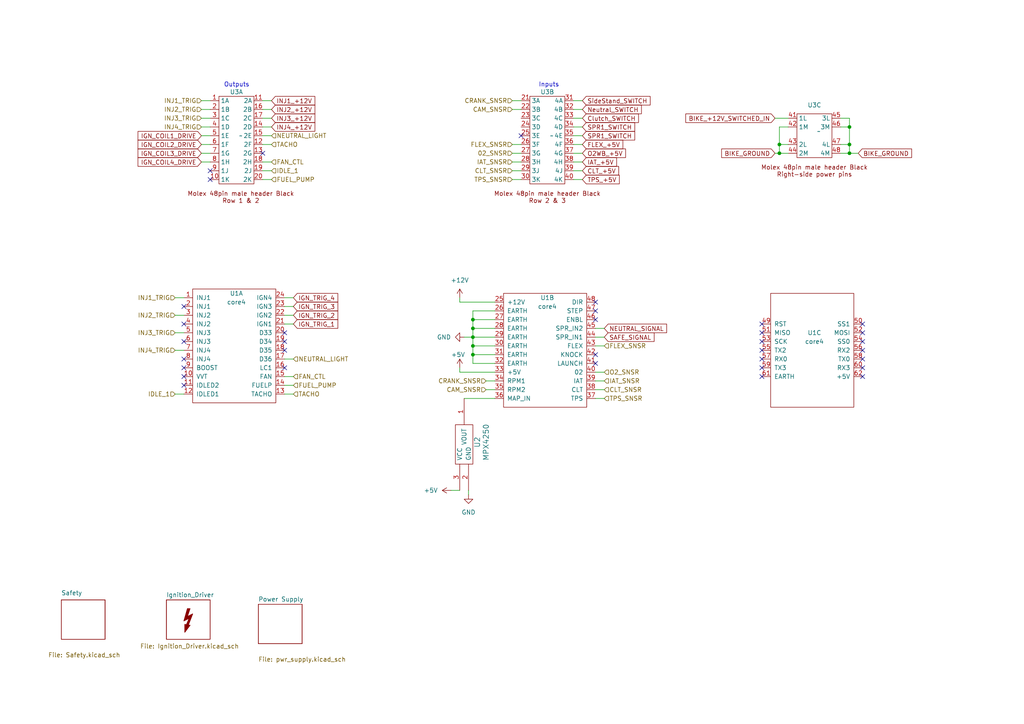
<source format=kicad_sch>
(kicad_sch (version 20230121) (generator eeschema)
  (paper "A4")
  (lib_symbols
    (symbol "Core4:core4" (pin_names (offset 1.016))
      (property "Reference" "U" (at 3.81 17.78 0))
      (property "Value" "core4" (at 6.35 -19.05 0))
      (symbol "core4_0_1"
        (rectangle (start -12.7 15.24) (end 11.43 -17.78))
      )
      (symbol "core4_1_1"
        (pin input line (at -15.24 12.7 0) (length 2.54) (name "INJ1") (number "1"))
        (pin input line (at -15.24 -10.16 0) (length 2.54) (name "VVT") (number "10"))
        (pin input line (at -15.24 -12.7 0) (length 2.54) (name "IDLED2") (number "11"))
        (pin input line (at -15.24 -15.24 0) (length 2.54) (name "IDLED1") (number "12"))
        (pin input line (at 13.97 -15.24 180) (length 2.54) (name "TACHO") (number "13"))
        (pin input line (at 13.97 -12.7 180) (length 2.54) (name "FUELP") (number "14"))
        (pin input line (at 13.97 -10.16 180) (length 2.54) (name "FAN") (number "15"))
        (pin input line (at 13.97 -7.62 180) (length 2.54) (name "LC1") (number "16"))
        (pin input line (at 13.97 -5.08 180) (length 2.54) (name "D36") (number "17"))
        (pin input line (at 13.97 -2.54 180) (length 2.54) (name "D35") (number "18"))
        (pin input line (at 13.97 0 180) (length 2.54) (name "D34") (number "19"))
        (pin input line (at -15.24 10.16 0) (length 2.54) (name "INJ1") (number "2"))
        (pin input line (at 13.97 2.54 180) (length 2.54) (name "D33") (number "20"))
        (pin input line (at 13.97 5.08 180) (length 2.54) (name "IGN1") (number "21"))
        (pin input line (at 13.97 7.62 180) (length 2.54) (name "IGN2") (number "22"))
        (pin input line (at 13.97 10.16 180) (length 2.54) (name "IGN3") (number "23"))
        (pin input line (at 13.97 12.7 180) (length 2.54) (name "IGN4") (number "24"))
        (pin input line (at -15.24 7.62 0) (length 2.54) (name "INJ2") (number "3"))
        (pin input line (at -15.24 5.08 0) (length 2.54) (name "INJ2") (number "4"))
        (pin input line (at -15.24 2.54 0) (length 2.54) (name "INJ3") (number "5"))
        (pin input line (at -15.24 0 0) (length 2.54) (name "INJ3") (number "6"))
        (pin input line (at -15.24 -2.54 0) (length 2.54) (name "INJ4") (number "7"))
        (pin input line (at -15.24 -5.08 0) (length 2.54) (name "INJ4") (number "8"))
        (pin input line (at -15.24 -7.62 0) (length 2.54) (name "BOOST") (number "9"))
      )
      (symbol "core4_2_1"
        (pin input line (at -15.24 12.7 0) (length 2.54) (name "+12V") (number "25"))
        (pin input line (at -15.24 10.16 0) (length 2.54) (name "EARTH") (number "26"))
        (pin input line (at -15.24 7.62 0) (length 2.54) (name "EARTH") (number "27"))
        (pin input line (at -15.24 5.08 0) (length 2.54) (name "EARTH") (number "28"))
        (pin input line (at -15.24 2.54 0) (length 2.54) (name "EARTH") (number "29"))
        (pin input line (at -15.24 0 0) (length 2.54) (name "EARTH") (number "30"))
        (pin input line (at -15.24 -2.54 0) (length 2.54) (name "EARTH") (number "31"))
        (pin input line (at -15.24 -5.08 0) (length 2.54) (name "EARTH") (number "32"))
        (pin input line (at -15.24 -7.62 0) (length 2.54) (name "+5V") (number "33"))
        (pin input line (at -15.24 -10.16 0) (length 2.54) (name "RPM1") (number "34"))
        (pin input line (at -15.24 -12.7 0) (length 2.54) (name "RPM2") (number "35"))
        (pin input line (at -15.24 -15.24 0) (length 2.54) (name "MAP_IN") (number "36"))
        (pin input line (at 13.97 -15.24 180) (length 2.54) (name "TPS") (number "37"))
        (pin input line (at 13.97 -12.7 180) (length 2.54) (name "CLT") (number "38"))
        (pin input line (at 13.97 -10.16 180) (length 2.54) (name "IAT") (number "39"))
        (pin input line (at 13.97 -7.62 180) (length 2.54) (name "02") (number "40"))
        (pin input line (at 13.97 -5.08 180) (length 2.54) (name "LAUNCH") (number "41"))
        (pin input line (at 13.97 -2.54 180) (length 2.54) (name "KNOCK") (number "42"))
        (pin input line (at 13.97 0 180) (length 2.54) (name "FLEX") (number "43"))
        (pin input line (at 13.97 2.54 180) (length 2.54) (name "SPR_IN1") (number "44"))
        (pin input line (at 13.97 5.08 180) (length 2.54) (name "SPR_IN2") (number "45"))
        (pin input line (at 13.97 7.62 180) (length 2.54) (name "ENBL") (number "46"))
        (pin input line (at 13.97 10.16 180) (length 2.54) (name "STEP") (number "47"))
        (pin input line (at 13.97 12.7 180) (length 2.54) (name "DIR") (number "48"))
      )
      (symbol "core4_3_1"
        (pin input line (at -15.24 6.35 0) (length 2.54) (name "RST") (number "49"))
        (pin input line (at 13.97 6.35 180) (length 2.54) (name "SS1") (number "50"))
        (pin input line (at -15.24 3.81 0) (length 2.54) (name "MISO") (number "51"))
        (pin input line (at 13.97 3.81 180) (length 2.54) (name "MOSI") (number "52"))
        (pin input line (at -15.24 1.27 0) (length 2.54) (name "SCK") (number "53"))
        (pin input line (at 13.97 1.27 180) (length 2.54) (name "SS0") (number "54"))
        (pin input line (at -15.24 -1.27 0) (length 2.54) (name "TX2") (number "55"))
        (pin input line (at 13.97 -1.27 180) (length 2.54) (name "RX2") (number "56"))
        (pin input line (at -15.24 -3.81 0) (length 2.54) (name "RX0") (number "57"))
        (pin input line (at 13.97 -3.81 180) (length 2.54) (name "TX0") (number "58"))
        (pin input line (at -15.24 -6.35 0) (length 2.54) (name "TX3") (number "59"))
        (pin input line (at 13.97 -6.35 180) (length 2.54) (name "RX3") (number "60"))
        (pin input line (at -15.24 -8.89 0) (length 2.54) (name "EARTH") (number "61"))
        (pin input line (at 13.97 -8.89 180) (length 2.54) (name "+5V") (number "62"))
      )
    )
    (symbol "Graphic:SYM_Flash_Small" (in_bom no) (on_board no)
      (symbol "SYM_Flash_Small_0_1"
        (polyline (pts (xy 0.508 -1.016) (xy -1.016 -0.762) (xy -1.016 -3.048) (xy 0.508 -1.016)) (stroke (width 0.2032)) (fill (type outline)))
        (polyline (pts (xy -0.254 3.81) (xy 0.508 3.81) (xy -0.254 1.524) (xy 1.27 2.286) (xy 0 -1.016) (xy -0.508 -0.762) (xy 0.254 1.016) (xy -1.27 0.254) (xy -0.254 3.81)) (stroke (width 0.2032)) (fill (type outline)))
      )
    )
    (symbol "Molex_CMC_Conn:Molex_Conn_48_Male_Black"
      (property "Reference" "U" (at 0 0 0))
      (symbol "Molex_Conn_48_Male_Black_1_1"
        (rectangle (start -5.08 12.7) (end 5.08 -12.7))
        (text "Molex 48pin male header Black\nRow 1 & 2" (at 1.27 -16.51 0) (effects (font (size 1.27 1.27))))
        (pin passive line (at -7.62 11.43 0) (length 2.54) (name "1A") (number "1"))
        (pin passive line (at -7.62 -11.43 0) (length 2.54) (name "1K") (number "10"))
        (pin passive line (at 7.62 11.43 180) (length 2.54) (name "2A") (number "11"))
        (pin passive line (at 7.62 -1.27 180) (length 2.54) (name "2F") (number "12"))
        (pin passive line (at 7.62 -3.81 180) (length 2.54) (name "2G") (number "13"))
        (pin passive line (at 7.62 3.81 180) (length 2.54) (name "2D") (number "14"))
        (pin passive line (at 7.62 1.27 180) (length 2.54) (name "2E") (number "15"))
        (pin passive line (at 7.62 8.89 180) (length 2.54) (name "2B") (number "16"))
        (pin passive line (at 7.62 6.35 180) (length 2.54) (name "2C") (number "17"))
        (pin passive line (at 7.62 -6.35 180) (length 2.54) (name "2H") (number "18"))
        (pin passive line (at 7.62 -8.89 180) (length 2.54) (name "2J") (number "19"))
        (pin passive line (at -7.62 8.89 0) (length 2.54) (name "1B") (number "2"))
        (pin passive line (at 7.62 -11.43 180) (length 2.54) (name "2K") (number "20"))
        (pin passive line (at -7.62 6.35 0) (length 2.54) (name "1C") (number "3"))
        (pin passive line (at -7.62 3.81 0) (length 2.54) (name "1D") (number "4"))
        (pin passive line (at -7.62 1.27 0) (length 2.54) (name "1E") (number "5"))
        (pin passive line (at -7.62 -1.27 0) (length 2.54) (name "1F") (number "6"))
        (pin passive line (at -7.62 -3.81 0) (length 2.54) (name "1G") (number "7"))
        (pin passive line (at -7.62 -6.35 0) (length 2.54) (name "1H") (number "8"))
        (pin passive line (at -7.62 -8.89 0) (length 2.54) (name "1J") (number "9"))
      )
      (symbol "Molex_Conn_48_Male_Black_2_1"
        (rectangle (start -5.08 12.7) (end 5.08 -12.7))
        (text "Molex 48pin male header Black\nRow 2 & 3" (at 0 -16.51 0) (effects (font (size 1.27 1.27))))
        (pin passive line (at -7.62 11.43 0) (length 2.54) (name "3A") (number "21"))
        (pin passive line (at -7.62 8.89 0) (length 2.54) (name "3B") (number "22"))
        (pin passive line (at -7.62 6.35 0) (length 2.54) (name "3C") (number "23"))
        (pin passive line (at -7.62 3.81 0) (length 2.54) (name "3D") (number "24"))
        (pin passive line (at -7.62 1.27 0) (length 2.54) (name "3E") (number "25"))
        (pin passive line (at -7.62 -1.27 0) (length 2.54) (name "3F") (number "26"))
        (pin passive line (at -7.62 -3.81 0) (length 2.54) (name "3G") (number "27"))
        (pin passive line (at -7.62 -6.35 0) (length 2.54) (name "3H") (number "28"))
        (pin passive line (at -7.62 -8.89 0) (length 2.54) (name "3J") (number "29"))
        (pin passive line (at -7.62 -11.43 0) (length 2.54) (name "3K") (number "30"))
        (pin passive line (at 7.62 11.43 180) (length 2.54) (name "4A") (number "31"))
        (pin passive line (at 7.62 8.89 180) (length 2.54) (name "4B") (number "32"))
        (pin passive line (at 7.62 6.35 180) (length 2.54) (name "4C") (number "33"))
        (pin passive line (at 7.62 3.81 180) (length 2.54) (name "4D") (number "34"))
        (pin passive line (at 7.62 1.27 180) (length 2.54) (name "4E") (number "35"))
        (pin passive line (at 7.62 -1.27 180) (length 2.54) (name "4F") (number "36"))
        (pin passive line (at 7.62 -3.81 180) (length 2.54) (name "4G") (number "37"))
        (pin passive line (at 7.62 -6.35 180) (length 2.54) (name "4H") (number "38"))
        (pin passive line (at 7.62 -8.89 180) (length 2.54) (name "4J") (number "39"))
        (pin passive line (at 7.62 -11.43 180) (length 2.54) (name "4K") (number "40"))
      )
      (symbol "Molex_Conn_48_Male_Black_3_1"
        (rectangle (start -5.08 6.35) (end 5.08 -6.35))
        (text "Molex 48pin male header Black\nRight-side power pins" (at 0 -10.16 0) (effects (font (size 1.27 1.27))))
        (pin passive line (at -7.62 5.08 0) (length 2.54) (name "1L") (number "41"))
        (pin passive line (at -7.62 2.54 0) (length 2.54) (name "1M") (number "42"))
        (pin passive line (at -7.62 -2.54 0) (length 2.54) (name "2L") (number "43"))
        (pin passive line (at -7.62 -5.08 0) (length 2.54) (name "2M") (number "44"))
        (pin passive line (at 7.62 5.08 180) (length 2.54) (name "3L") (number "45"))
        (pin passive line (at 7.62 2.54 180) (length 2.54) (name "3M") (number "46"))
        (pin passive line (at 7.62 -2.54 180) (length 2.54) (name "4L") (number "47"))
        (pin passive line (at 7.62 -5.08 180) (length 2.54) (name "4M") (number "48"))
      )
    )
    (symbol "Speeduino_Misc:MPX4250" (pin_names (offset 1.016))
      (property "Reference" "U" (at 3.81 -3.81 0))
      (property "Value" "MPX4250" (at -1.27 3.81 0))
      (symbol "MPX4250_0_1"
        (rectangle (start -6.35 2.54) (end 5.08 -2.54))
      )
      (symbol "MPX4250_1_1"
        (pin output line (at 12.7 0 180) (length 7.62) (name "VOUT") (number "1"))
        (pin power_in line (at -13.97 -1.27 0) (length 7.62) (name "GND") (number "2"))
        (pin power_in line (at -13.97 1.27 0) (length 7.62) (name "VCC") (number "3"))
      )
    )
    (symbol "core4_1" (pin_names (offset 1.016))
      (property "Reference" "U1" (at 0 3.81 0))
      (property "Value" "core4" (at 0 1.27 0))
      (symbol "core4_1_0_1"
        (rectangle (start -12.7 15.24) (end 11.43 -17.78))
      )
      (symbol "core4_1_1_1"
        (pin output line (at -15.24 12.7 0) (length 2.54) (name "INJ1") (number "1"))
        (pin output line (at -15.24 -10.16 0) (length 2.54) (name "VVT") (number "10"))
        (pin output line (at -15.24 -12.7 0) (length 2.54) (name "IDLED2") (number "11"))
        (pin output line (at -15.24 -15.24 0) (length 2.54) (name "IDLED1") (number "12"))
        (pin output line (at 13.97 -15.24 180) (length 2.54) (name "TACHO") (number "13"))
        (pin output line (at 13.97 -12.7 180) (length 2.54) (name "FUELP") (number "14"))
        (pin output line (at 13.97 -10.16 180) (length 2.54) (name "FAN") (number "15"))
        (pin input line (at 13.97 -7.62 180) (length 2.54) (name "LC1") (number "16"))
        (pin bidirectional line (at 13.97 -5.08 180) (length 2.54) (name "D36") (number "17"))
        (pin bidirectional line (at 13.97 -2.54 180) (length 2.54) (name "D35") (number "18"))
        (pin bidirectional line (at 13.97 0 180) (length 2.54) (name "D34") (number "19"))
        (pin output line (at -15.24 10.16 0) (length 2.54) (name "INJ1") (number "2"))
        (pin bidirectional line (at 13.97 2.54 180) (length 2.54) (name "D33") (number "20"))
        (pin output line (at 13.97 5.08 180) (length 2.54) (name "IGN1") (number "21"))
        (pin output line (at 13.97 7.62 180) (length 2.54) (name "IGN2") (number "22"))
        (pin output line (at 13.97 10.16 180) (length 2.54) (name "IGN3") (number "23"))
        (pin output line (at 13.97 12.7 180) (length 2.54) (name "IGN4") (number "24"))
        (pin output line (at -15.24 7.62 0) (length 2.54) (name "INJ2") (number "3"))
        (pin output line (at -15.24 5.08 0) (length 2.54) (name "INJ2") (number "4"))
        (pin output line (at -15.24 2.54 0) (length 2.54) (name "INJ3") (number "5"))
        (pin output line (at -15.24 0 0) (length 2.54) (name "INJ3") (number "6"))
        (pin output line (at -15.24 -2.54 0) (length 2.54) (name "INJ4") (number "7"))
        (pin output line (at -15.24 -5.08 0) (length 2.54) (name "INJ4") (number "8"))
        (pin output line (at -15.24 -7.62 0) (length 2.54) (name "BOOST") (number "9"))
      )
      (symbol "core4_1_2_1"
        (pin input line (at -15.24 12.7 0) (length 2.54) (name "+12V") (number "25"))
        (pin input line (at -15.24 10.16 0) (length 2.54) (name "EARTH") (number "26"))
        (pin input line (at -15.24 7.62 0) (length 2.54) (name "EARTH") (number "27"))
        (pin input line (at -15.24 5.08 0) (length 2.54) (name "EARTH") (number "28"))
        (pin input line (at -15.24 2.54 0) (length 2.54) (name "EARTH") (number "29"))
        (pin input line (at -15.24 0 0) (length 2.54) (name "EARTH") (number "30"))
        (pin input line (at -15.24 -2.54 0) (length 2.54) (name "EARTH") (number "31"))
        (pin input line (at -15.24 -5.08 0) (length 2.54) (name "EARTH") (number "32"))
        (pin output line (at -15.24 -7.62 0) (length 2.54) (name "+5V") (number "33"))
        (pin input line (at -15.24 -10.16 0) (length 2.54) (name "RPM1") (number "34"))
        (pin input line (at -15.24 -12.7 0) (length 2.54) (name "RPM2") (number "35"))
        (pin input line (at -15.24 -15.24 0) (length 2.54) (name "MAP_IN") (number "36"))
        (pin input line (at 13.97 -15.24 180) (length 2.54) (name "TPS") (number "37"))
        (pin input line (at 13.97 -12.7 180) (length 2.54) (name "CLT") (number "38"))
        (pin input line (at 13.97 -10.16 180) (length 2.54) (name "IAT") (number "39"))
        (pin input line (at 13.97 -7.62 180) (length 2.54) (name "02") (number "40"))
        (pin input line (at 13.97 -5.08 180) (length 2.54) (name "LAUNCH") (number "41"))
        (pin input line (at 13.97 -2.54 180) (length 2.54) (name "KNOCK") (number "42"))
        (pin input line (at 13.97 0 180) (length 2.54) (name "FLEX") (number "43"))
        (pin input line (at 13.97 2.54 180) (length 2.54) (name "SPR_IN1") (number "44"))
        (pin input line (at 13.97 5.08 180) (length 2.54) (name "SPR_IN2") (number "45"))
        (pin input line (at 13.97 7.62 180) (length 2.54) (name "ENBL") (number "46"))
        (pin input line (at 13.97 10.16 180) (length 2.54) (name "STEP") (number "47"))
        (pin input line (at 13.97 12.7 180) (length 2.54) (name "DIR") (number "48"))
      )
      (symbol "core4_1_3_1"
        (pin input line (at -15.24 6.35 0) (length 2.54) (name "RST") (number "49"))
        (pin input line (at 13.97 6.35 180) (length 2.54) (name "SS1") (number "50"))
        (pin input line (at -15.24 3.81 0) (length 2.54) (name "MISO") (number "51"))
        (pin input line (at 13.97 3.81 180) (length 2.54) (name "MOSI") (number "52"))
        (pin input line (at -15.24 1.27 0) (length 2.54) (name "SCK") (number "53"))
        (pin input line (at 13.97 1.27 180) (length 2.54) (name "SS0") (number "54"))
        (pin input line (at -15.24 -1.27 0) (length 2.54) (name "TX2") (number "55"))
        (pin input line (at 13.97 -1.27 180) (length 2.54) (name "RX2") (number "56"))
        (pin input line (at -15.24 -3.81 0) (length 2.54) (name "RX0") (number "57"))
        (pin input line (at 13.97 -3.81 180) (length 2.54) (name "TX0") (number "58"))
        (pin input line (at -15.24 -6.35 0) (length 2.54) (name "TX3") (number "59"))
        (pin input line (at 13.97 -6.35 180) (length 2.54) (name "RX3") (number "60"))
        (pin input line (at -15.24 -8.89 0) (length 2.54) (name "EARTH") (number "61"))
        (pin input line (at 13.97 -8.89 180) (length 2.54) (name "+5V") (number "62"))
      )
    )
    (symbol "core4_2" (pin_names (offset 1.016))
      (property "Reference" "U1" (at 0 3.81 0))
      (property "Value" "core4" (at 0 1.27 0))
      (symbol "core4_2_0_1"
        (rectangle (start -12.7 15.24) (end 11.43 -17.78))
      )
      (symbol "core4_2_1_1"
        (pin output line (at -15.24 12.7 0) (length 2.54) (name "INJ1") (number "1"))
        (pin output line (at -15.24 -10.16 0) (length 2.54) (name "VVT") (number "10"))
        (pin output line (at -15.24 -12.7 0) (length 2.54) (name "IDLED2") (number "11"))
        (pin output line (at -15.24 -15.24 0) (length 2.54) (name "IDLED1") (number "12"))
        (pin output line (at 13.97 -15.24 180) (length 2.54) (name "TACHO") (number "13"))
        (pin output line (at 13.97 -12.7 180) (length 2.54) (name "FUELP") (number "14"))
        (pin output line (at 13.97 -10.16 180) (length 2.54) (name "FAN") (number "15"))
        (pin input line (at 13.97 -7.62 180) (length 2.54) (name "LC1") (number "16"))
        (pin bidirectional line (at 13.97 -5.08 180) (length 2.54) (name "D36") (number "17"))
        (pin bidirectional line (at 13.97 -2.54 180) (length 2.54) (name "D35") (number "18"))
        (pin bidirectional line (at 13.97 0 180) (length 2.54) (name "D34") (number "19"))
        (pin output line (at -15.24 10.16 0) (length 2.54) (name "INJ1") (number "2"))
        (pin bidirectional line (at 13.97 2.54 180) (length 2.54) (name "D33") (number "20"))
        (pin output line (at 13.97 5.08 180) (length 2.54) (name "IGN1") (number "21"))
        (pin output line (at 13.97 7.62 180) (length 2.54) (name "IGN2") (number "22"))
        (pin output line (at 13.97 10.16 180) (length 2.54) (name "IGN3") (number "23"))
        (pin output line (at 13.97 12.7 180) (length 2.54) (name "IGN4") (number "24"))
        (pin output line (at -15.24 7.62 0) (length 2.54) (name "INJ2") (number "3"))
        (pin output line (at -15.24 5.08 0) (length 2.54) (name "INJ2") (number "4"))
        (pin output line (at -15.24 2.54 0) (length 2.54) (name "INJ3") (number "5"))
        (pin output line (at -15.24 0 0) (length 2.54) (name "INJ3") (number "6"))
        (pin output line (at -15.24 -2.54 0) (length 2.54) (name "INJ4") (number "7"))
        (pin output line (at -15.24 -5.08 0) (length 2.54) (name "INJ4") (number "8"))
        (pin output line (at -15.24 -7.62 0) (length 2.54) (name "BOOST") (number "9"))
      )
      (symbol "core4_2_2_1"
        (pin input line (at -15.24 12.7 0) (length 2.54) (name "+12V") (number "25"))
        (pin input line (at -15.24 10.16 0) (length 2.54) (name "EARTH") (number "26"))
        (pin input line (at -15.24 7.62 0) (length 2.54) (name "EARTH") (number "27"))
        (pin input line (at -15.24 5.08 0) (length 2.54) (name "EARTH") (number "28"))
        (pin input line (at -15.24 2.54 0) (length 2.54) (name "EARTH") (number "29"))
        (pin input line (at -15.24 0 0) (length 2.54) (name "EARTH") (number "30"))
        (pin input line (at -15.24 -2.54 0) (length 2.54) (name "EARTH") (number "31"))
        (pin input line (at -15.24 -5.08 0) (length 2.54) (name "EARTH") (number "32"))
        (pin output line (at -15.24 -7.62 0) (length 2.54) (name "+5V") (number "33"))
        (pin input line (at -15.24 -10.16 0) (length 2.54) (name "RPM1") (number "34"))
        (pin input line (at -15.24 -12.7 0) (length 2.54) (name "RPM2") (number "35"))
        (pin input line (at -15.24 -15.24 0) (length 2.54) (name "MAP_IN") (number "36"))
        (pin input line (at 13.97 -15.24 180) (length 2.54) (name "TPS") (number "37"))
        (pin input line (at 13.97 -12.7 180) (length 2.54) (name "CLT") (number "38"))
        (pin input line (at 13.97 -10.16 180) (length 2.54) (name "IAT") (number "39"))
        (pin input line (at 13.97 -7.62 180) (length 2.54) (name "02") (number "40"))
        (pin input line (at 13.97 -5.08 180) (length 2.54) (name "LAUNCH") (number "41"))
        (pin input line (at 13.97 -2.54 180) (length 2.54) (name "KNOCK") (number "42"))
        (pin input line (at 13.97 0 180) (length 2.54) (name "FLEX") (number "43"))
        (pin input line (at 13.97 2.54 180) (length 2.54) (name "SPR_IN1") (number "44"))
        (pin input line (at 13.97 5.08 180) (length 2.54) (name "SPR_IN2") (number "45"))
        (pin input line (at 13.97 7.62 180) (length 2.54) (name "ENBL") (number "46"))
        (pin input line (at 13.97 10.16 180) (length 2.54) (name "STEP") (number "47"))
        (pin input line (at 13.97 12.7 180) (length 2.54) (name "DIR") (number "48"))
      )
      (symbol "core4_2_3_1"
        (pin input line (at -15.24 6.35 0) (length 2.54) (name "RST") (number "49"))
        (pin input line (at 13.97 6.35 180) (length 2.54) (name "SS1") (number "50"))
        (pin input line (at -15.24 3.81 0) (length 2.54) (name "MISO") (number "51"))
        (pin input line (at 13.97 3.81 180) (length 2.54) (name "MOSI") (number "52"))
        (pin input line (at -15.24 1.27 0) (length 2.54) (name "SCK") (number "53"))
        (pin input line (at 13.97 1.27 180) (length 2.54) (name "SS0") (number "54"))
        (pin input line (at -15.24 -1.27 0) (length 2.54) (name "TX2") (number "55"))
        (pin input line (at 13.97 -1.27 180) (length 2.54) (name "RX2") (number "56"))
        (pin input line (at -15.24 -3.81 0) (length 2.54) (name "RX0") (number "57"))
        (pin input line (at 13.97 -3.81 180) (length 2.54) (name "TX0") (number "58"))
        (pin input line (at -15.24 -6.35 0) (length 2.54) (name "TX3") (number "59"))
        (pin input line (at 13.97 -6.35 180) (length 2.54) (name "RX3") (number "60"))
        (pin input line (at -15.24 -8.89 0) (length 2.54) (name "EARTH") (number "61"))
        (pin input line (at 13.97 -8.89 180) (length 2.54) (name "+5V") (number "62"))
      )
    )
    (symbol "power:+12V" (power) (pin_names (offset 0))
      (property "Value" "+12V" (at 0 3.556 0))
      (symbol "+12V_0_1"
        (polyline (pts (xy -0.762 1.27) (xy 0 2.54)))
        (polyline (pts (xy 0 0) (xy 0 2.54)))
        (polyline (pts (xy 0 2.54) (xy 0.762 1.27)))
      )
      (symbol "+12V_1_1"
        (pin power_in line (at 0 0 90) (length 0) hide (name "+12V") (number "1"))
      )
    )
    (symbol "power:+5V" (power) (pin_names (offset 0))
      (property "Value" "+5V" (at 0 3.556 0))
      (symbol "+5V_0_1"
        (polyline (pts (xy -0.762 1.27) (xy 0 2.54)))
        (polyline (pts (xy 0 0) (xy 0 2.54)))
        (polyline (pts (xy 0 2.54) (xy 0.762 1.27)))
      )
      (symbol "+5V_1_1"
        (pin power_in line (at 0 0 90) (length 0) hide (name "+5V") (number "1"))
      )
    )
    (symbol "power:GND" (power) (pin_names (offset 0))
      (property "Value" "GND" (at 0 -3.81 0))
      (symbol "GND_0_1"
        (polyline (pts (xy 0 0) (xy 0 -1.27) (xy 1.27 -1.27) (xy 0 -2.54) (xy -1.27 -1.27) (xy 0 -1.27)))
      )
      (symbol "GND_1_1"
        (pin power_in line (at 0 0 270) (length 0) hide (name "GND") (number "1"))
      )
    )
  )
  (junction (at 137.16 97.79))
  (junction (at 137.16 102.87))
  (junction (at 246.38 36.83))
  (junction (at 137.16 100.33))
  (junction (at 246.38 41.91))
  (junction (at 137.16 95.25))
  (junction (at 226.06 44.45))
  (junction (at 137.16 92.71))
  (junction (at 226.06 41.91))
  (junction (at 246.38 44.45))
  (no_connect (at 60.96 52.07))
  (no_connect (at 220.98 96.52))
  (no_connect (at 151.13 39.37))
  (no_connect (at 82.55 106.68))
  (no_connect (at 82.55 96.52))
  (no_connect (at 220.98 101.6))
  (no_connect (at 250.19 99.06))
  (no_connect (at 172.72 87.63))
  (no_connect (at 53.34 88.9))
  (no_connect (at 250.19 109.22))
  (no_connect (at 250.19 104.14))
  (no_connect (at 60.96 49.53))
  (no_connect (at 220.98 109.22))
  (no_connect (at 172.72 92.71))
  (no_connect (at 53.34 104.14))
  (no_connect (at 250.19 106.68))
  (no_connect (at 250.19 93.98))
  (no_connect (at 250.19 101.6))
  (no_connect (at 172.72 105.41))
  (no_connect (at 53.34 109.22))
  (no_connect (at 250.19 96.52))
  (no_connect (at 220.98 99.06))
  (no_connect (at 82.55 101.6))
  (no_connect (at 76.2 44.45))
  (no_connect (at 53.34 99.06))
  (no_connect (at 220.98 104.14))
  (no_connect (at 53.34 111.76))
  (no_connect (at 82.55 99.06))
  (no_connect (at 53.34 106.68))
  (no_connect (at 172.72 102.87))
  (no_connect (at 172.72 90.17))
  (no_connect (at 53.34 93.98))
  (no_connect (at 220.98 93.98))
  (no_connect (at 220.98 106.68))
  (wire (pts (xy 148.59 49.53) (xy 151.13 49.53)))
  (wire (pts (xy 224.79 34.29) (xy 228.6 34.29)))
  (wire (pts (xy 50.8 91.44) (xy 53.34 91.44)))
  (wire (pts (xy 82.55 114.3) (xy 85.09 114.3)))
  (wire (pts (xy 135.89 142.24) (xy 135.89 143.51)))
  (wire (pts (xy 134.62 115.57) (xy 143.51 115.57)))
  (wire (pts (xy 137.16 100.33) (xy 143.51 100.33)))
  (wire (pts (xy 133.35 87.63) (xy 143.51 87.63)))
  (wire (pts (xy 76.2 34.29) (xy 78.74 34.29)))
  (wire (pts (xy 166.37 41.91) (xy 168.91 41.91)))
  (wire (pts (xy 50.8 96.52) (xy 53.34 96.52)))
  (wire (pts (xy 246.38 44.45) (xy 248.92 44.45)))
  (wire (pts (xy 58.42 29.21) (xy 60.96 29.21)))
  (wire (pts (xy 148.59 46.99) (xy 151.13 46.99)))
  (wire (pts (xy 76.2 31.75) (xy 78.74 31.75)))
  (wire (pts (xy 226.06 41.91) (xy 226.06 44.45)))
  (wire (pts (xy 82.55 111.76) (xy 85.09 111.76)))
  (wire (pts (xy 172.72 107.95) (xy 175.26 107.95)))
  (wire (pts (xy 137.16 102.87) (xy 143.51 102.87)))
  (wire (pts (xy 148.59 52.07) (xy 151.13 52.07)))
  (wire (pts (xy 172.72 113.03) (xy 175.26 113.03)))
  (wire (pts (xy 82.55 93.98) (xy 85.09 93.98)))
  (wire (pts (xy 143.51 105.41) (xy 137.16 105.41)))
  (wire (pts (xy 148.59 41.91) (xy 151.13 41.91)))
  (wire (pts (xy 140.97 113.03) (xy 143.51 113.03)))
  (wire (pts (xy 137.16 100.33) (xy 137.16 97.79)))
  (wire (pts (xy 226.06 41.91) (xy 228.6 41.91)))
  (wire (pts (xy 172.72 95.25) (xy 175.26 95.25)))
  (wire (pts (xy 58.42 44.45) (xy 60.96 44.45)))
  (wire (pts (xy 172.72 115.57) (xy 175.26 115.57)))
  (wire (pts (xy 137.16 102.87) (xy 137.16 100.33)))
  (wire (pts (xy 246.38 41.91) (xy 246.38 36.83)))
  (wire (pts (xy 82.55 104.14) (xy 85.09 104.14)))
  (wire (pts (xy 130.81 142.24) (xy 133.35 142.24)))
  (wire (pts (xy 172.72 110.49) (xy 175.26 110.49)))
  (wire (pts (xy 58.42 39.37) (xy 60.96 39.37)))
  (wire (pts (xy 76.2 52.07) (xy 78.74 52.07)))
  (wire (pts (xy 243.84 44.45) (xy 246.38 44.45)))
  (wire (pts (xy 148.59 44.45) (xy 151.13 44.45)))
  (wire (pts (xy 137.16 92.71) (xy 143.51 92.71)))
  (wire (pts (xy 166.37 36.83) (xy 168.91 36.83)))
  (wire (pts (xy 133.35 107.95) (xy 143.51 107.95)))
  (wire (pts (xy 82.55 91.44) (xy 85.09 91.44)))
  (wire (pts (xy 243.84 34.29) (xy 246.38 34.29)))
  (wire (pts (xy 226.06 36.83) (xy 226.06 41.91)))
  (wire (pts (xy 58.42 34.29) (xy 60.96 34.29)))
  (wire (pts (xy 137.16 97.79) (xy 143.51 97.79)))
  (wire (pts (xy 50.8 114.3) (xy 53.34 114.3)))
  (wire (pts (xy 76.2 46.99) (xy 78.74 46.99)))
  (wire (pts (xy 166.37 31.75) (xy 168.91 31.75)))
  (wire (pts (xy 76.2 36.83) (xy 78.74 36.83)))
  (wire (pts (xy 166.37 46.99) (xy 168.91 46.99)))
  (wire (pts (xy 166.37 44.45) (xy 168.91 44.45)))
  (wire (pts (xy 243.84 36.83) (xy 246.38 36.83)))
  (wire (pts (xy 172.72 100.33) (xy 175.26 100.33)))
  (wire (pts (xy 58.42 31.75) (xy 60.96 31.75)))
  (wire (pts (xy 166.37 49.53) (xy 168.91 49.53)))
  (wire (pts (xy 243.84 41.91) (xy 246.38 41.91)))
  (wire (pts (xy 76.2 49.53) (xy 78.74 49.53)))
  (wire (pts (xy 148.59 29.21) (xy 151.13 29.21)))
  (wire (pts (xy 58.42 41.91) (xy 60.96 41.91)))
  (wire (pts (xy 166.37 29.21) (xy 168.91 29.21)))
  (wire (pts (xy 226.06 44.45) (xy 228.6 44.45)))
  (wire (pts (xy 137.16 90.17) (xy 137.16 92.71)))
  (wire (pts (xy 76.2 39.37) (xy 78.74 39.37)))
  (wire (pts (xy 166.37 39.37) (xy 168.91 39.37)))
  (wire (pts (xy 246.38 44.45) (xy 246.38 41.91)))
  (wire (pts (xy 58.42 36.83) (xy 60.96 36.83)))
  (wire (pts (xy 148.59 31.75) (xy 151.13 31.75)))
  (wire (pts (xy 133.35 86.36) (xy 133.35 87.63)))
  (wire (pts (xy 137.16 95.25) (xy 143.51 95.25)))
  (wire (pts (xy 133.35 106.68) (xy 133.35 107.95)))
  (wire (pts (xy 140.97 110.49) (xy 143.51 110.49)))
  (wire (pts (xy 76.2 29.21) (xy 78.74 29.21)))
  (wire (pts (xy 76.2 41.91) (xy 78.74 41.91)))
  (wire (pts (xy 137.16 95.25) (xy 137.16 97.79)))
  (wire (pts (xy 166.37 52.07) (xy 168.91 52.07)))
  (wire (pts (xy 143.51 90.17) (xy 137.16 90.17)))
  (wire (pts (xy 82.55 88.9) (xy 85.09 88.9)))
  (wire (pts (xy 82.55 86.36) (xy 85.09 86.36)))
  (wire (pts (xy 226.06 36.83) (xy 228.6 36.83)))
  (wire (pts (xy 58.42 46.99) (xy 60.96 46.99)))
  (wire (pts (xy 50.8 86.36) (xy 53.34 86.36)))
  (wire (pts (xy 246.38 36.83) (xy 246.38 34.29)))
  (wire (pts (xy 224.79 44.45) (xy 226.06 44.45)))
  (wire (pts (xy 166.37 34.29) (xy 168.91 34.29)))
  (wire (pts (xy 137.16 97.79) (xy 134.62 97.79)))
  (wire (pts (xy 50.8 101.6) (xy 53.34 101.6)))
  (wire (pts (xy 172.72 97.79) (xy 175.26 97.79)))
  (wire (pts (xy 82.55 109.22) (xy 85.09 109.22)))
  (wire (pts (xy 137.16 92.71) (xy 137.16 95.25)))
  (wire (pts (xy 137.16 105.41) (xy 137.16 102.87)))
  (text "Inputs" (at 156.21 25.4 0) (effects (font (size 1.27 1.27)) (justify left bottom)))
  (text "Outputs" (at 72.39 25.4 0) (effects (font (size 1.27 1.27)) (justify right bottom)))
  (global_label "INJ1_+12V" (shape input) (at 78.74 29.21 0) (property "Intersheetrefs" "${INTERSHEET_REFS}" (effects hide)))
  (global_label "IGN_TRIG_3" (shape input) (at 85.09 88.9 0) (property "Intersheetrefs" "${INTERSHEET_REFS}" (effects hide)))
  (global_label "IGN_TRIG_2" (shape input) (at 85.09 91.44 0) (property "Intersheetrefs" "${INTERSHEET_REFS}" (effects hide)))
  (global_label "SPR1_SWITCH" (shape input) (at 168.91 39.37 0) (property "Intersheetrefs" "${INTERSHEET_REFS}" (effects hide)))
  (global_label "FLEX_+5V" (shape input) (at 168.91 41.91 0) (property "Intersheetrefs" "${INTERSHEET_REFS}" (effects hide)))
  (global_label "IGN_TRIG_1" (shape input) (at 85.09 93.98 0) (property "Intersheetrefs" "${INTERSHEET_REFS}" (effects hide)))
  (global_label "O2WB_+5V" (shape input) (at 168.91 44.45 0) (property "Intersheetrefs" "${INTERSHEET_REFS}" (effects hide)))
  (global_label "IGN_COIL2_DRIVE" (shape input) (at 58.42 41.91 180) (property "Intersheetrefs" "${INTERSHEET_REFS}" (effects hide)))
  (global_label "INJ4_+12V" (shape input) (at 78.74 36.83 0) (property "Intersheetrefs" "${INTERSHEET_REFS}" (effects hide)))
  (global_label "IGN_COIL4_DRIVE" (shape input) (at 58.42 46.99 180) (property "Intersheetrefs" "${INTERSHEET_REFS}" (effects hide)))
  (global_label "BIKE_+12V_SWITCHED_IN" (shape input) (at 224.79 34.29 180) (property "Intersheetrefs" "${INTERSHEET_REFS}" (effects hide)))
  (global_label "BIKE_GROUND" (shape input) (at 224.79 44.45 180) (property "Intersheetrefs" "${INTERSHEET_REFS}" (effects hide)))
  (global_label "TPS_+5V" (shape input) (at 168.91 52.07 0) (property "Intersheetrefs" "${INTERSHEET_REFS}" (effects hide)))
  (global_label "INJ2_+12V" (shape input) (at 78.74 31.75 0) (property "Intersheetrefs" "${INTERSHEET_REFS}" (effects hide)))
  (global_label "IGN_COIL3_DRIVE" (shape input) (at 58.42 44.45 180) (property "Intersheetrefs" "${INTERSHEET_REFS}" (effects hide)))
  (global_label "SAFE_SIGNAL" (shape input) (at 175.26 97.79 0) (property "Intersheetrefs" "${INTERSHEET_REFS}" (effects hide)))
  (global_label "SideStand_SWITCH" (shape input) (at 168.91 29.21 0) (property "Intersheetrefs" "${INTERSHEET_REFS}" (effects hide)))
  (global_label "NEUTRAL_SIGNAL" (shape input) (at 175.26 95.25 0) (property "Intersheetrefs" "${INTERSHEET_REFS}" (effects hide)))
  (global_label "Neutral_SWITCH" (shape input) (at 168.91 31.75 0) (property "Intersheetrefs" "${INTERSHEET_REFS}" (effects hide)))
  (global_label "BIKE_GROUND" (shape input) (at 248.92 44.45 0) (property "Intersheetrefs" "${INTERSHEET_REFS}" (effects hide)))
  (global_label "SPR1_SWITCH" (shape input) (at 168.91 36.83 0) (property "Intersheetrefs" "${INTERSHEET_REFS}" (effects hide)))
  (global_label "INJ3_+12V" (shape input) (at 78.74 34.29 0) (property "Intersheetrefs" "${INTERSHEET_REFS}" (effects hide)))
  (global_label "IGN_TRIG_4" (shape input) (at 85.09 86.36 0) (property "Intersheetrefs" "${INTERSHEET_REFS}" (effects hide)))
  (global_label "IAT_+5V" (shape input) (at 168.91 46.99 0) (property "Intersheetrefs" "${INTERSHEET_REFS}" (effects hide)))
  (global_label "Clutch_SWITCH" (shape input) (at 168.91 34.29 0) (property "Intersheetrefs" "${INTERSHEET_REFS}" (effects hide)))
  (global_label "IGN_COIL1_DRIVE" (shape input) (at 58.42 39.37 180) (property "Intersheetrefs" "${INTERSHEET_REFS}" (effects hide)))
  (global_label "CLT_+5V" (shape input) (at 168.91 49.53 0) (property "Intersheetrefs" "${INTERSHEET_REFS}" (effects hide)))
  (hierarchical_label "FUEL_PUMP" (shape input) (at 85.09 111.76 0))
  (hierarchical_label "INJ2_TRIG" (shape input) (at 50.8 91.44 180))
  (hierarchical_label "IDLE_1" (shape input) (at 78.74 49.53 0))
  (hierarchical_label "FLEX_SNSR" (shape input) (at 148.59 41.91 180))
  (hierarchical_label "TPS_SNSR" (shape input) (at 175.26 115.57 0))
  (hierarchical_label "FLEX_SNSR" (shape input) (at 175.26 100.33 0))
  (hierarchical_label "INJ4_TRIG" (shape input) (at 58.42 36.83 180))
  (hierarchical_label "INJ2_TRIG" (shape input) (at 58.42 31.75 180))
  (hierarchical_label "INJ1_TRIG" (shape input) (at 50.8 86.36 180))
  (hierarchical_label "INJ3_TRIG" (shape input) (at 50.8 96.52 180))
  (hierarchical_label "CAM_SNSR" (shape input) (at 140.97 113.03 180))
  (hierarchical_label "CRANK_SNSR" (shape input) (at 140.97 110.49 180))
  (hierarchical_label "TACHO" (shape input) (at 78.74 41.91 0))
  (hierarchical_label "INJ4_TRIG" (shape input) (at 50.8 101.6 180))
  (hierarchical_label "CLT_SNSR" (shape input) (at 175.26 113.03 0))
  (hierarchical_label "O2_SNSR" (shape input) (at 175.26 107.95 0))
  (hierarchical_label "CRANK_SNSR" (shape input) (at 148.59 29.21 180))
  (hierarchical_label "NEUTRAL_LIGHT" (shape input) (at 85.09 104.14 0))
  (hierarchical_label "INJ1_TRIG" (shape input) (at 58.42 29.21 180))
  (hierarchical_label "IAT_SNSR" (shape input) (at 148.59 46.99 180))
  (hierarchical_label "INJ3_TRIG" (shape input) (at 58.42 34.29 180))
  (hierarchical_label "TPS_SNSR" (shape input) (at 148.59 52.07 180))
  (hierarchical_label "FAN_CTL" (shape input) (at 78.74 46.99 0))
  (hierarchical_label "TACHO" (shape input) (at 85.09 114.3 0))
  (hierarchical_label "02_SNSR" (shape input) (at 148.59 44.45 180))
  (hierarchical_label "NEUTRAL_LIGHT" (shape input) (at 78.74 39.37 0))
  (hierarchical_label "IDLE_1" (shape input) (at 50.8 114.3 180))
  (hierarchical_label "IAT_SNSR" (shape input) (at 175.26 110.49 0))
  (hierarchical_label "FUEL_PUMP" (shape input) (at 78.74 52.07 0))
  (hierarchical_label "CLT_SNSR" (shape input) (at 148.59 49.53 180))
  (hierarchical_label "FAN_CTL" (shape input) (at 85.09 109.22 0))
  (hierarchical_label "CAM_SNSR" (shape input) (at 148.59 31.75 180))
  (symbol (lib_name "core4_1") (lib_id "Core4:core4") (at 158.75 100.33 0) (unit 2)
    (property "Reference" "U1" (at 158.75 86.36 0))
    (property "Value" "core4" (at 158.75 88.9 0))
    (property "Footprint" "Core4:Core4" (effects hide))
  )
  (symbol (lib_id "power:GND") (at 135.89 143.51 0) (unit 1)
    (property "Reference" "#PWR06" (effects hide))
    (property "Value" "GND" (at 135.89 148.59 0))
  )
  (symbol (lib_id "Core4:core4") (at 68.58 99.06 0) (unit 1)
    (property "Reference" "U1" (at 68.58 85.09 0))
    (property "Value" "core4" (at 68.58 87.63 0))
    (property "Footprint" "Core4:Core4" (effects hide))
  )
  (symbol (lib_id "Molex_CMC_Conn:Molex_Conn_48_Male_Black") (at 158.75 40.64 0) (unit 2)
    (property "Reference" "U3" (at 158.75 26.67 0))
    (property "Value" "~" (at 160.02 39.37 0))
    (property "Footprint" "Molex_CMC_Conn:Molex_CMC_48pin_Male_Black" (effects hide))
  )
  (symbol (lib_id "power:GND") (at 134.62 97.79 270) (unit 1)
    (property "Reference" "#PWR011" (effects hide))
    (property "Value" "GND" (at 130.81 97.79 90) (effects (justify right)))
  )
  (symbol (lib_id "power:+5V") (at 133.35 106.68 0) (unit 1)
    (property "Reference" "#PWR01" (effects hide))
    (property "Value" "+5V" (at 130.81 102.87 0) (effects (justify left)))
  )
  (symbol (lib_id "Speeduino_Misc:MPX4250") (at 134.62 128.27 90) (unit 1)
    (property "Reference" "U2" (at 138.43 128.27 0) (effects (font (size 1.524 1.524))))
    (property "Value" "MPX4250" (at 140.97 128.27 0) (effects (font (size 1.524 1.524))))
    (property "Footprint" "Speeduino_Misc:MPX4250" (effects hide))
  )
  (symbol (lib_id "power:+12V") (at 133.35 86.36 0) (unit 1)
    (property "Reference" "#PWR04" (effects hide))
    (property "Value" "+12V" (at 133.35 81.28 0))
  )
  (symbol (lib_id "power:+5V") (at 130.81 142.24 90) (unit 1)
    (property "Reference" "#PWR07" (effects hide))
    (property "Value" "+5V" (at 127 142.24 90) (effects (justify left)))
  )
  (symbol (lib_id "Molex_CMC_Conn:Molex_Conn_48_Male_Black") (at 68.58 40.64 0) (unit 1)
    (property "Reference" "U3" (at 68.58 26.67 0))
    (property "Value" "~" (at 69.85 39.37 0))
    (property "Footprint" "Molex_CMC_Conn:Molex_CMC_48pin_Male_Black" (effects hide))
  )
  (symbol (lib_id "Molex_CMC_Conn:Molex_Conn_48_Male_Black") (at 236.22 39.37 0) (unit 3)
    (property "Reference" "U3" (at 236.22 30.48 0))
    (property "Value" "~" (at 237.49 38.1 0))
    (property "Footprint" "Molex_CMC_Conn:Molex_CMC_48pin_Male_Black" (effects hide))
  )
  (symbol (lib_name "core4_2") (lib_id "Core4:core4") (at 236.22 100.33 0) (unit 3)
    (property "Reference" "U1" (at 236.22 96.52 0))
    (property "Value" "core4" (at 236.22 99.06 0))
    (property "Footprint" "Core4:Core4" (effects hide))
  )
  (symbol (lib_id "Graphic:SYM_Flash_Small") (at 54.61 180.34 0) (unit 1) (in_bom no) (on_board no)
    (property "Reference" "#SYM1" (effects hide))
    (property "Value" "SYM_Flash_Small" (effects hide))
    (property "Sim.Enable" "0" (effects hide))
  )
  (sheet (at 17.78 173.99) (size 12.7 11.43) (stroke (width 0.1524))
    (property "Sheetname" "Safety" (at 17.78 172.72 0) (effects (justify left bottom)))
    (property "Sheetfile" "Safety.kicad_sch" (at 13.97 189.23 0) (effects (justify left top)))
  )
  (sheet (at 48.26 173.99) (size 12.7 11.43) (stroke (width 0.1524))
    (property "Sheetname" "Ignition_Driver" (at 48.26 173.2784 0) (effects (justify left bottom)))
    (property "Sheetfile" "Ignition_Driver.kicad_sch" (at 40.64 186.69 0) (effects (justify left top)))
  )
  (sheet (at 74.93 175.26) (size 12.7 11.43) (stroke (width 0.1524))
    (property "Sheetname" "Power Supply" (at 74.93 174.5484 0) (effects (justify left bottom)))
    (property "Sheetfile" "pwr_supply.kicad_sch" (at 74.93 190.5 0) (effects (justify left top)))
  )
)
</source>
